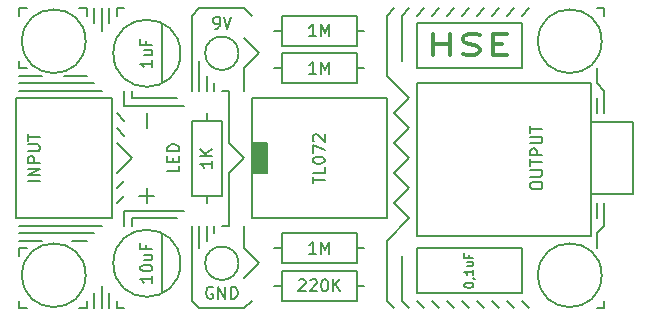
<source format=gbr>
G04 #@! TF.FileFunction,Legend,Top*
%FSLAX46Y46*%
G04 Gerber Fmt 4.6, Leading zero omitted, Abs format (unit mm)*
G04 Created by KiCad (PCBNEW 4.0.7) date 05/24/18 12:52:19*
%MOMM*%
%LPD*%
G01*
G04 APERTURE LIST*
%ADD10C,0.100000*%
%ADD11C,0.200000*%
%ADD12C,0.300000*%
%ADD13C,0.150000*%
%ADD14C,0.152400*%
G04 APERTURE END LIST*
D10*
D11*
X118745000Y-78740000D02*
X118745000Y-78105000D01*
X127635000Y-83185000D02*
X127000000Y-82550000D01*
X127635000Y-89535000D02*
X127000000Y-90170000D01*
X127635000Y-88265000D02*
X127000000Y-88900000D01*
X127635000Y-84455000D02*
X127000000Y-83820000D01*
X128270000Y-86360000D02*
X127000000Y-87630000D01*
X128270000Y-86360000D02*
X127000000Y-85090000D01*
X167640000Y-80010000D02*
X168275000Y-80645000D01*
X125095000Y-73660000D02*
X125095000Y-74930000D01*
X124460000Y-73660000D02*
X124460000Y-74295000D01*
X123825000Y-73660000D02*
X124460000Y-73660000D01*
X133985000Y-99060000D02*
X133350000Y-98425000D01*
X127000000Y-99060000D02*
X127635000Y-99060000D01*
X127000000Y-98425000D02*
X127000000Y-99060000D01*
X126365000Y-99060000D02*
X126365000Y-97790000D01*
X125730000Y-99060000D02*
X125730000Y-97155000D01*
X125095000Y-99060000D02*
X125095000Y-97790000D01*
X127000000Y-73660000D02*
X127635000Y-73660000D01*
X127000000Y-73660000D02*
X127000000Y-74295000D01*
X126365000Y-73660000D02*
X126365000Y-74930000D01*
X125730000Y-73660000D02*
X125730000Y-75565000D01*
X124460000Y-99060000D02*
X124460000Y-98425000D01*
X123825000Y-99060000D02*
X124460000Y-99060000D01*
X118745000Y-99060000D02*
X119380000Y-99060000D01*
X118745000Y-98425000D02*
X118745000Y-99060000D01*
X118745000Y-73660000D02*
X118745000Y-74295000D01*
X119380000Y-73660000D02*
X118745000Y-73660000D01*
X168275000Y-73660000D02*
X168275000Y-74295000D01*
X167640000Y-73660000D02*
X168275000Y-73660000D01*
X168275000Y-99060000D02*
X168275000Y-98425000D01*
X167640000Y-99060000D02*
X168275000Y-99060000D01*
X122555000Y-79375000D02*
X124460000Y-79375000D01*
X118745000Y-79375000D02*
X120650000Y-79375000D01*
X118745000Y-80010000D02*
X125095000Y-80010000D01*
X118745000Y-80645000D02*
X125730000Y-80645000D01*
X118745000Y-94615000D02*
X118745000Y-93980000D01*
X118745000Y-93980000D02*
X119380000Y-93980000D01*
X123190000Y-93345000D02*
X124460000Y-93345000D01*
X118745000Y-93345000D02*
X120650000Y-93345000D01*
X118745000Y-92710000D02*
X125095000Y-92710000D01*
X118745000Y-92075000D02*
X125730000Y-92075000D01*
X118745000Y-78740000D02*
X119380000Y-78740000D01*
X137795000Y-93980000D02*
X137795000Y-92075000D01*
X139065000Y-95250000D02*
X137795000Y-93980000D01*
X137795000Y-96520000D02*
X139065000Y-95250000D01*
X137795000Y-78740000D02*
X137795000Y-80645000D01*
X139065000Y-77470000D02*
X137795000Y-78740000D01*
X137795000Y-76200000D02*
X139065000Y-77470000D01*
X167640000Y-80010000D02*
X167640000Y-78740000D01*
X167640000Y-92710000D02*
X167640000Y-93980000D01*
X167640000Y-91440000D02*
X167640000Y-90170000D01*
X167640000Y-81280000D02*
X167640000Y-82550000D01*
X168275000Y-80645000D02*
X168275000Y-82550000D01*
X168275000Y-92075000D02*
X168275000Y-90170000D01*
X167640000Y-92710000D02*
X168275000Y-92075000D01*
X136525000Y-92075000D02*
X135890000Y-92075000D01*
X135255000Y-92710000D02*
X135255000Y-92075000D01*
X134620000Y-93345000D02*
X134620000Y-92075000D01*
X133985000Y-93980000D02*
X133985000Y-92075000D01*
X133350000Y-98425000D02*
X133350000Y-92075000D01*
X135890000Y-80645000D02*
X136525000Y-80645000D01*
X135255000Y-80010000D02*
X135255000Y-80645000D01*
X133350000Y-80645000D02*
X133350000Y-74295000D01*
X133985000Y-80645000D02*
X133985000Y-78105000D01*
X134620000Y-80645000D02*
X134620000Y-79375000D01*
X136525000Y-87630000D02*
X136525000Y-92075000D01*
X136525000Y-85090000D02*
X136525000Y-80645000D01*
X137795000Y-86360000D02*
X136525000Y-87630000D01*
X136525000Y-85090000D02*
X137795000Y-86360000D01*
X133985000Y-73660000D02*
X137795000Y-73660000D01*
X133350000Y-74295000D02*
X133985000Y-73660000D01*
X138430000Y-74295000D02*
X137795000Y-73660000D01*
X137795000Y-99060000D02*
X133985000Y-99060000D01*
X137795000Y-99060000D02*
X138430000Y-98425000D01*
X151130000Y-98425000D02*
X151130000Y-94615000D01*
X151130000Y-78105000D02*
X151130000Y-74295000D01*
X151130000Y-98425000D02*
X151765000Y-99060000D01*
X149860000Y-98425000D02*
X150495000Y-99060000D01*
X151130000Y-74295000D02*
X151765000Y-73660000D01*
X149860000Y-74295000D02*
X150495000Y-73660000D01*
X149860000Y-79375000D02*
X149860000Y-74295000D01*
X151765000Y-81280000D02*
X149860000Y-79375000D01*
X149860000Y-93345000D02*
X149860000Y-98425000D01*
X151765000Y-91440000D02*
X149860000Y-93345000D01*
X150495000Y-82550000D02*
X151765000Y-81280000D01*
X151765000Y-83820000D02*
X150495000Y-82550000D01*
X150495000Y-85090000D02*
X151765000Y-83820000D01*
X150495000Y-90170000D02*
X151765000Y-91440000D01*
X151765000Y-88900000D02*
X150495000Y-90170000D01*
X150495000Y-87630000D02*
X151765000Y-88900000D01*
X151765000Y-86360000D02*
X150495000Y-87630000D01*
X150495000Y-85090000D02*
X151765000Y-86360000D01*
X161290000Y-98425000D02*
X161925000Y-99060000D01*
X160020000Y-98425000D02*
X160655000Y-99060000D01*
X158750000Y-98425000D02*
X159385000Y-99060000D01*
X157480000Y-98425000D02*
X158115000Y-99060000D01*
X156210000Y-98425000D02*
X156845000Y-99060000D01*
X154940000Y-98425000D02*
X155575000Y-99060000D01*
X153670000Y-98425000D02*
X154305000Y-99060000D01*
X152400000Y-98425000D02*
X153035000Y-99060000D01*
X161290000Y-74295000D02*
X161925000Y-73660000D01*
X160020000Y-74295000D02*
X160655000Y-73660000D01*
X158750000Y-74295000D02*
X159385000Y-73660000D01*
X157480000Y-74295000D02*
X158115000Y-73660000D01*
X156210000Y-74295000D02*
X156845000Y-73660000D01*
X154940000Y-74295000D02*
X155575000Y-73660000D01*
X153670000Y-74295000D02*
X154305000Y-73660000D01*
X152400000Y-74295000D02*
X153035000Y-73660000D01*
X128270000Y-91440000D02*
X132080000Y-91440000D01*
X128270000Y-81280000D02*
X132080000Y-81280000D01*
X128270000Y-92075000D02*
X128270000Y-91440000D01*
X128270000Y-80645000D02*
X128270000Y-81280000D01*
X127635000Y-90805000D02*
X132715000Y-90805000D01*
X127635000Y-92075000D02*
X127635000Y-90805000D01*
X127635000Y-81915000D02*
X132715000Y-81915000D01*
X127635000Y-80645000D02*
X127635000Y-81915000D01*
X152400000Y-74930000D02*
X152400000Y-78740000D01*
X161290000Y-74930000D02*
X161290000Y-78740000D01*
X152400000Y-74930000D02*
X161290000Y-74930000D01*
X152400000Y-78740000D02*
X161290000Y-78740000D01*
D12*
X153809286Y-77649286D02*
X153809286Y-75849286D01*
X153809286Y-76706429D02*
X155237858Y-76706429D01*
X155237858Y-77649286D02*
X155237858Y-75849286D01*
X156309286Y-77563571D02*
X156666429Y-77649286D01*
X157261667Y-77649286D01*
X157499763Y-77563571D01*
X157618810Y-77477857D01*
X157737858Y-77306429D01*
X157737858Y-77135000D01*
X157618810Y-76963571D01*
X157499763Y-76877857D01*
X157261667Y-76792143D01*
X156785477Y-76706429D01*
X156547382Y-76620714D01*
X156428334Y-76535000D01*
X156309286Y-76363571D01*
X156309286Y-76192143D01*
X156428334Y-76020714D01*
X156547382Y-75935000D01*
X156785477Y-75849286D01*
X157380715Y-75849286D01*
X157737858Y-75935000D01*
X158809286Y-76706429D02*
X159642619Y-76706429D01*
X159999762Y-77649286D02*
X158809286Y-77649286D01*
X158809286Y-75849286D01*
X159999762Y-75849286D01*
D13*
X168048077Y-76454000D02*
G75*
G03X168048077Y-76454000I-2694077J0D01*
G01*
X124360077Y-76454000D02*
G75*
G03X124360077Y-76454000I-2694077J0D01*
G01*
X130810000Y-74930000D02*
X130810000Y-80010000D01*
X132379806Y-77470000D02*
G75*
G03X132379806Y-77470000I-2839806J0D01*
G01*
X168048077Y-96266000D02*
G75*
G03X168048077Y-96266000I-2694077J0D01*
G01*
X140970000Y-78740000D02*
X140335000Y-78740000D01*
X147955000Y-78740000D02*
X147320000Y-78740000D01*
X147320000Y-78740000D02*
X147320000Y-80010000D01*
X147320000Y-80010000D02*
X140970000Y-80010000D01*
X140970000Y-80010000D02*
X140970000Y-78105000D01*
X140970000Y-78105000D02*
X140970000Y-77470000D01*
X140970000Y-77470000D02*
X147320000Y-77470000D01*
X147320000Y-77470000D02*
X147320000Y-78740000D01*
X147320000Y-75565000D02*
X147955000Y-75565000D01*
X140335000Y-75565000D02*
X140970000Y-75565000D01*
X140970000Y-75565000D02*
X140970000Y-74295000D01*
X140970000Y-74295000D02*
X147320000Y-74295000D01*
X147320000Y-74295000D02*
X147320000Y-76200000D01*
X147320000Y-76200000D02*
X147320000Y-76835000D01*
X147320000Y-76835000D02*
X140970000Y-76835000D01*
X140970000Y-76835000D02*
X140970000Y-75565000D01*
X140970000Y-97155000D02*
X140335000Y-97155000D01*
X147955000Y-97155000D02*
X147320000Y-97155000D01*
X147320000Y-97155000D02*
X147320000Y-98425000D01*
X147320000Y-98425000D02*
X140970000Y-98425000D01*
X140970000Y-98425000D02*
X140970000Y-96520000D01*
X140970000Y-96520000D02*
X140970000Y-95885000D01*
X140970000Y-95885000D02*
X147320000Y-95885000D01*
X147320000Y-95885000D02*
X147320000Y-97155000D01*
X140970000Y-93980000D02*
X140335000Y-93980000D01*
X147955000Y-93980000D02*
X147320000Y-93980000D01*
X147320000Y-93980000D02*
X147320000Y-95250000D01*
X147320000Y-95250000D02*
X140970000Y-95250000D01*
X140970000Y-95250000D02*
X140970000Y-93345000D01*
X140970000Y-93345000D02*
X140970000Y-92710000D01*
X140970000Y-92710000D02*
X147320000Y-92710000D01*
X147320000Y-92710000D02*
X147320000Y-93980000D01*
X134620000Y-89535000D02*
X134620000Y-90170000D01*
X134620000Y-82550000D02*
X134620000Y-83185000D01*
X134620000Y-83185000D02*
X135890000Y-83185000D01*
X135890000Y-83185000D02*
X135890000Y-89535000D01*
X135890000Y-89535000D02*
X133985000Y-89535000D01*
X133985000Y-89535000D02*
X133350000Y-89535000D01*
X133350000Y-89535000D02*
X133350000Y-83185000D01*
X133350000Y-83185000D02*
X134620000Y-83185000D01*
X139573000Y-85090000D02*
X139573000Y-87630000D01*
X139446000Y-85090000D02*
X139446000Y-87630000D01*
X139319000Y-85090000D02*
X139319000Y-87630000D01*
X139192000Y-85090000D02*
X139192000Y-87630000D01*
X139065000Y-85090000D02*
X139065000Y-87630000D01*
X138938000Y-85090000D02*
X138938000Y-87630000D01*
X138811000Y-85090000D02*
X138811000Y-87630000D01*
X138684000Y-85090000D02*
X138684000Y-87630000D01*
X138557000Y-85090000D02*
X138557000Y-87630000D01*
X138430000Y-91440000D02*
X149860000Y-91440000D01*
X138430000Y-81280000D02*
X149860000Y-81280000D01*
X149860000Y-81280000D02*
X149860000Y-91440000D01*
X138430000Y-85090000D02*
X139700000Y-85090000D01*
X139700000Y-85090000D02*
X139700000Y-87630000D01*
X139700000Y-87630000D02*
X138430000Y-87630000D01*
X138430000Y-81280000D02*
X138430000Y-91440000D01*
X118491000Y-81280000D02*
X126619000Y-81280000D01*
X118491000Y-91440000D02*
X126619000Y-91440000D01*
X126619000Y-91440000D02*
X126619000Y-81280000D01*
X118491000Y-91440000D02*
X118491000Y-81280000D01*
X137304214Y-77470000D02*
G75*
G03X137304214Y-77470000I-1414214J0D01*
G01*
X137304214Y-95250000D02*
G75*
G03X137304214Y-95250000I-1414214J0D01*
G01*
X130810000Y-92710000D02*
X130810000Y-97790000D01*
X132379806Y-95250000D02*
G75*
G03X132379806Y-95250000I-2839806J0D01*
G01*
X152400000Y-93980000D02*
X161290000Y-93980000D01*
X161290000Y-93980000D02*
X161290000Y-97790000D01*
X161290000Y-97790000D02*
X152400000Y-97790000D01*
X152400000Y-97790000D02*
X152400000Y-93980000D01*
X130175000Y-89535000D02*
X128905000Y-89535000D01*
X129540000Y-88900000D02*
X129540000Y-90170000D01*
X129540000Y-82550000D02*
X129540000Y-83820000D01*
X124360077Y-96266000D02*
G75*
G03X124360077Y-96266000I-2694077J0D01*
G01*
X170688000Y-83312000D02*
X167132000Y-83312000D01*
X170688000Y-89408000D02*
X170688000Y-83312000D01*
X167132000Y-89408000D02*
X170688000Y-89408000D01*
X152400000Y-80010000D02*
X152400000Y-92964000D01*
X167132000Y-80010000D02*
X167132000Y-92964000D01*
X152400000Y-80010000D02*
X167132000Y-80010000D01*
X167132000Y-92964000D02*
X152400000Y-92964000D01*
D11*
X129992381Y-78065238D02*
X129992381Y-78636667D01*
X129992381Y-78350953D02*
X128992381Y-78350953D01*
X129135238Y-78446191D01*
X129230476Y-78541429D01*
X129278095Y-78636667D01*
X129325714Y-77208095D02*
X129992381Y-77208095D01*
X129325714Y-77636667D02*
X129849524Y-77636667D01*
X129944762Y-77589048D01*
X129992381Y-77493810D01*
X129992381Y-77350952D01*
X129944762Y-77255714D01*
X129897143Y-77208095D01*
X129468571Y-76398571D02*
X129468571Y-76731905D01*
X129992381Y-76731905D02*
X128992381Y-76731905D01*
X128992381Y-76255714D01*
X143859286Y-79192381D02*
X143287857Y-79192381D01*
X143573571Y-79192381D02*
X143573571Y-78192381D01*
X143478333Y-78335238D01*
X143383095Y-78430476D01*
X143287857Y-78478095D01*
X144287857Y-79192381D02*
X144287857Y-78192381D01*
X144621191Y-78906667D01*
X144954524Y-78192381D01*
X144954524Y-79192381D01*
X143859286Y-76017381D02*
X143287857Y-76017381D01*
X143573571Y-76017381D02*
X143573571Y-75017381D01*
X143478333Y-75160238D01*
X143383095Y-75255476D01*
X143287857Y-75303095D01*
X144287857Y-76017381D02*
X144287857Y-75017381D01*
X144621191Y-75731667D01*
X144954524Y-75017381D01*
X144954524Y-76017381D01*
X142406905Y-96702619D02*
X142454524Y-96655000D01*
X142549762Y-96607381D01*
X142787858Y-96607381D01*
X142883096Y-96655000D01*
X142930715Y-96702619D01*
X142978334Y-96797857D01*
X142978334Y-96893095D01*
X142930715Y-97035952D01*
X142359286Y-97607381D01*
X142978334Y-97607381D01*
X143359286Y-96702619D02*
X143406905Y-96655000D01*
X143502143Y-96607381D01*
X143740239Y-96607381D01*
X143835477Y-96655000D01*
X143883096Y-96702619D01*
X143930715Y-96797857D01*
X143930715Y-96893095D01*
X143883096Y-97035952D01*
X143311667Y-97607381D01*
X143930715Y-97607381D01*
X144549762Y-96607381D02*
X144645001Y-96607381D01*
X144740239Y-96655000D01*
X144787858Y-96702619D01*
X144835477Y-96797857D01*
X144883096Y-96988333D01*
X144883096Y-97226429D01*
X144835477Y-97416905D01*
X144787858Y-97512143D01*
X144740239Y-97559762D01*
X144645001Y-97607381D01*
X144549762Y-97607381D01*
X144454524Y-97559762D01*
X144406905Y-97512143D01*
X144359286Y-97416905D01*
X144311667Y-97226429D01*
X144311667Y-96988333D01*
X144359286Y-96797857D01*
X144406905Y-96702619D01*
X144454524Y-96655000D01*
X144549762Y-96607381D01*
X145311667Y-97607381D02*
X145311667Y-96607381D01*
X145883096Y-97607381D02*
X145454524Y-97035952D01*
X145883096Y-96607381D02*
X145311667Y-97178810D01*
X143859286Y-94432381D02*
X143287857Y-94432381D01*
X143573571Y-94432381D02*
X143573571Y-93432381D01*
X143478333Y-93575238D01*
X143383095Y-93670476D01*
X143287857Y-93718095D01*
X144287857Y-94432381D02*
X144287857Y-93432381D01*
X144621191Y-94146667D01*
X144954524Y-93432381D01*
X144954524Y-94432381D01*
X135072381Y-86574285D02*
X135072381Y-87145714D01*
X135072381Y-86860000D02*
X134072381Y-86860000D01*
X134215238Y-86955238D01*
X134310476Y-87050476D01*
X134358095Y-87145714D01*
X135072381Y-86145714D02*
X134072381Y-86145714D01*
X135072381Y-85574285D02*
X134500952Y-86002857D01*
X134072381Y-85574285D02*
X134643810Y-86145714D01*
X143597381Y-88479048D02*
X143597381Y-87907619D01*
X144597381Y-88193334D02*
X143597381Y-88193334D01*
X144597381Y-87098095D02*
X144597381Y-87574286D01*
X143597381Y-87574286D01*
X143597381Y-86574286D02*
X143597381Y-86479047D01*
X143645000Y-86383809D01*
X143692619Y-86336190D01*
X143787857Y-86288571D01*
X143978333Y-86240952D01*
X144216429Y-86240952D01*
X144406905Y-86288571D01*
X144502143Y-86336190D01*
X144549762Y-86383809D01*
X144597381Y-86479047D01*
X144597381Y-86574286D01*
X144549762Y-86669524D01*
X144502143Y-86717143D01*
X144406905Y-86764762D01*
X144216429Y-86812381D01*
X143978333Y-86812381D01*
X143787857Y-86764762D01*
X143692619Y-86717143D01*
X143645000Y-86669524D01*
X143597381Y-86574286D01*
X143597381Y-85907619D02*
X143597381Y-85240952D01*
X144597381Y-85669524D01*
X143692619Y-84907619D02*
X143645000Y-84860000D01*
X143597381Y-84764762D01*
X143597381Y-84526666D01*
X143645000Y-84431428D01*
X143692619Y-84383809D01*
X143787857Y-84336190D01*
X143883095Y-84336190D01*
X144025952Y-84383809D01*
X144597381Y-84955238D01*
X144597381Y-84336190D01*
D13*
X120467381Y-88288571D02*
X119467381Y-88288571D01*
X120467381Y-87812381D02*
X119467381Y-87812381D01*
X120467381Y-87240952D01*
X119467381Y-87240952D01*
X120467381Y-86764762D02*
X119467381Y-86764762D01*
X119467381Y-86383809D01*
X119515000Y-86288571D01*
X119562619Y-86240952D01*
X119657857Y-86193333D01*
X119800714Y-86193333D01*
X119895952Y-86240952D01*
X119943571Y-86288571D01*
X119991190Y-86383809D01*
X119991190Y-86764762D01*
X119467381Y-85764762D02*
X120276905Y-85764762D01*
X120372143Y-85717143D01*
X120419762Y-85669524D01*
X120467381Y-85574286D01*
X120467381Y-85383809D01*
X120419762Y-85288571D01*
X120372143Y-85240952D01*
X120276905Y-85193333D01*
X119467381Y-85193333D01*
X119467381Y-84860000D02*
X119467381Y-84288571D01*
X120467381Y-84574286D02*
X119467381Y-84574286D01*
D11*
X135270952Y-75382381D02*
X135461428Y-75382381D01*
X135556667Y-75334762D01*
X135604286Y-75287143D01*
X135699524Y-75144286D01*
X135747143Y-74953810D01*
X135747143Y-74572857D01*
X135699524Y-74477619D01*
X135651905Y-74430000D01*
X135556667Y-74382381D01*
X135366190Y-74382381D01*
X135270952Y-74430000D01*
X135223333Y-74477619D01*
X135175714Y-74572857D01*
X135175714Y-74810952D01*
X135223333Y-74906190D01*
X135270952Y-74953810D01*
X135366190Y-75001429D01*
X135556667Y-75001429D01*
X135651905Y-74953810D01*
X135699524Y-74906190D01*
X135747143Y-74810952D01*
X136032857Y-74382381D02*
X136366190Y-75382381D01*
X136699524Y-74382381D01*
X135128096Y-97290000D02*
X135032858Y-97242381D01*
X134890001Y-97242381D01*
X134747143Y-97290000D01*
X134651905Y-97385238D01*
X134604286Y-97480476D01*
X134556667Y-97670952D01*
X134556667Y-97813810D01*
X134604286Y-98004286D01*
X134651905Y-98099524D01*
X134747143Y-98194762D01*
X134890001Y-98242381D01*
X134985239Y-98242381D01*
X135128096Y-98194762D01*
X135175715Y-98147143D01*
X135175715Y-97813810D01*
X134985239Y-97813810D01*
X135604286Y-98242381D02*
X135604286Y-97242381D01*
X136175715Y-98242381D01*
X136175715Y-97242381D01*
X136651905Y-98242381D02*
X136651905Y-97242381D01*
X136890000Y-97242381D01*
X137032858Y-97290000D01*
X137128096Y-97385238D01*
X137175715Y-97480476D01*
X137223334Y-97670952D01*
X137223334Y-97813810D01*
X137175715Y-98004286D01*
X137128096Y-98099524D01*
X137032858Y-98194762D01*
X136890000Y-98242381D01*
X136651905Y-98242381D01*
X129992381Y-96321428D02*
X129992381Y-96892857D01*
X129992381Y-96607143D02*
X128992381Y-96607143D01*
X129135238Y-96702381D01*
X129230476Y-96797619D01*
X129278095Y-96892857D01*
X128992381Y-95702381D02*
X128992381Y-95607142D01*
X129040000Y-95511904D01*
X129087619Y-95464285D01*
X129182857Y-95416666D01*
X129373333Y-95369047D01*
X129611429Y-95369047D01*
X129801905Y-95416666D01*
X129897143Y-95464285D01*
X129944762Y-95511904D01*
X129992381Y-95607142D01*
X129992381Y-95702381D01*
X129944762Y-95797619D01*
X129897143Y-95845238D01*
X129801905Y-95892857D01*
X129611429Y-95940476D01*
X129373333Y-95940476D01*
X129182857Y-95892857D01*
X129087619Y-95845238D01*
X129040000Y-95797619D01*
X128992381Y-95702381D01*
X129325714Y-94511904D02*
X129992381Y-94511904D01*
X129325714Y-94940476D02*
X129849524Y-94940476D01*
X129944762Y-94892857D01*
X129992381Y-94797619D01*
X129992381Y-94654761D01*
X129944762Y-94559523D01*
X129897143Y-94511904D01*
X129468571Y-93702380D02*
X129468571Y-94035714D01*
X129992381Y-94035714D02*
X128992381Y-94035714D01*
X128992381Y-93559523D01*
D14*
X156427714Y-97136857D02*
X156427714Y-97064285D01*
X156464000Y-96991714D01*
X156500286Y-96955428D01*
X156572857Y-96919142D01*
X156718000Y-96882857D01*
X156899429Y-96882857D01*
X157044571Y-96919142D01*
X157117143Y-96955428D01*
X157153429Y-96991714D01*
X157189714Y-97064285D01*
X157189714Y-97136857D01*
X157153429Y-97209428D01*
X157117143Y-97245714D01*
X157044571Y-97281999D01*
X156899429Y-97318285D01*
X156718000Y-97318285D01*
X156572857Y-97281999D01*
X156500286Y-97245714D01*
X156464000Y-97209428D01*
X156427714Y-97136857D01*
X157153429Y-96520000D02*
X157189714Y-96520000D01*
X157262286Y-96556285D01*
X157298571Y-96592571D01*
X157189714Y-95794286D02*
X157189714Y-96229714D01*
X157189714Y-96012000D02*
X156427714Y-96012000D01*
X156536571Y-96084571D01*
X156609143Y-96157143D01*
X156645429Y-96229714D01*
X156681714Y-95141143D02*
X157189714Y-95141143D01*
X156681714Y-95467714D02*
X157080857Y-95467714D01*
X157153429Y-95431429D01*
X157189714Y-95358857D01*
X157189714Y-95250000D01*
X157153429Y-95177429D01*
X157117143Y-95141143D01*
X156790571Y-94524285D02*
X156790571Y-94778285D01*
X157189714Y-94778285D02*
X156427714Y-94778285D01*
X156427714Y-94415428D01*
D11*
X132278381Y-87002857D02*
X132278381Y-87479048D01*
X131278381Y-87479048D01*
X131754571Y-86669524D02*
X131754571Y-86336190D01*
X132278381Y-86193333D02*
X132278381Y-86669524D01*
X131278381Y-86669524D01*
X131278381Y-86193333D01*
X132278381Y-85764762D02*
X131278381Y-85764762D01*
X131278381Y-85526667D01*
X131326000Y-85383809D01*
X131421238Y-85288571D01*
X131516476Y-85240952D01*
X131706952Y-85193333D01*
X131849810Y-85193333D01*
X132040286Y-85240952D01*
X132135524Y-85288571D01*
X132230762Y-85383809D01*
X132278381Y-85526667D01*
X132278381Y-85764762D01*
D13*
X162012381Y-88764762D02*
X162012381Y-88574285D01*
X162060000Y-88479047D01*
X162155238Y-88383809D01*
X162345714Y-88336190D01*
X162679048Y-88336190D01*
X162869524Y-88383809D01*
X162964762Y-88479047D01*
X163012381Y-88574285D01*
X163012381Y-88764762D01*
X162964762Y-88860000D01*
X162869524Y-88955238D01*
X162679048Y-89002857D01*
X162345714Y-89002857D01*
X162155238Y-88955238D01*
X162060000Y-88860000D01*
X162012381Y-88764762D01*
X162012381Y-87907619D02*
X162821905Y-87907619D01*
X162917143Y-87860000D01*
X162964762Y-87812381D01*
X163012381Y-87717143D01*
X163012381Y-87526666D01*
X162964762Y-87431428D01*
X162917143Y-87383809D01*
X162821905Y-87336190D01*
X162012381Y-87336190D01*
X162012381Y-87002857D02*
X162012381Y-86431428D01*
X163012381Y-86717143D02*
X162012381Y-86717143D01*
X163012381Y-86098095D02*
X162012381Y-86098095D01*
X162012381Y-85717142D01*
X162060000Y-85621904D01*
X162107619Y-85574285D01*
X162202857Y-85526666D01*
X162345714Y-85526666D01*
X162440952Y-85574285D01*
X162488571Y-85621904D01*
X162536190Y-85717142D01*
X162536190Y-86098095D01*
X162012381Y-85098095D02*
X162821905Y-85098095D01*
X162917143Y-85050476D01*
X162964762Y-85002857D01*
X163012381Y-84907619D01*
X163012381Y-84717142D01*
X162964762Y-84621904D01*
X162917143Y-84574285D01*
X162821905Y-84526666D01*
X162012381Y-84526666D01*
X162012381Y-84193333D02*
X162012381Y-83621904D01*
X163012381Y-83907619D02*
X162012381Y-83907619D01*
M02*

</source>
